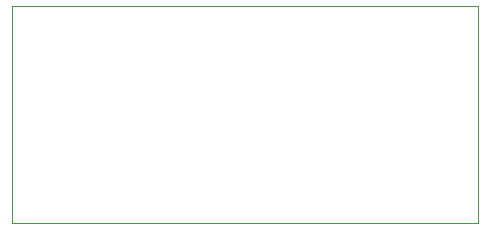
<source format=gbr>
%TF.GenerationSoftware,KiCad,Pcbnew,8.0.1*%
%TF.CreationDate,2024-04-19T14:44:52+05:30*%
%TF.ProjectId,Li-po_charger_with_BOOST,4c692d70-6f5f-4636-9861-726765725f77,rev?*%
%TF.SameCoordinates,Original*%
%TF.FileFunction,Profile,NP*%
%FSLAX46Y46*%
G04 Gerber Fmt 4.6, Leading zero omitted, Abs format (unit mm)*
G04 Created by KiCad (PCBNEW 8.0.1) date 2024-04-19 14:44:52*
%MOMM*%
%LPD*%
G01*
G04 APERTURE LIST*
%TA.AperFunction,Profile*%
%ADD10C,0.100000*%
%TD*%
G04 APERTURE END LIST*
D10*
X56200000Y-75400000D02*
X95600000Y-75400000D01*
X95600000Y-93800000D01*
X56200000Y-93800000D01*
X56200000Y-75400000D01*
M02*

</source>
